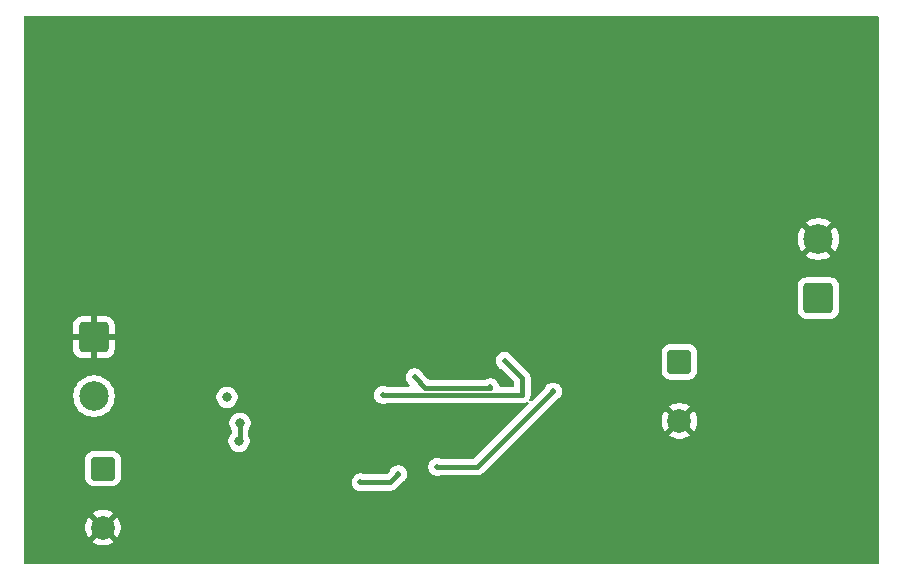
<source format=gbr>
%TF.GenerationSoftware,KiCad,Pcbnew,9.0.6*%
%TF.CreationDate,2026-02-08T21:35:37+01:00*%
%TF.ProjectId,Boost converter,426f6f73-7420-4636-9f6e-766572746572,B*%
%TF.SameCoordinates,Original*%
%TF.FileFunction,Copper,L4,Bot*%
%TF.FilePolarity,Positive*%
%FSLAX46Y46*%
G04 Gerber Fmt 4.6, Leading zero omitted, Abs format (unit mm)*
G04 Created by KiCad (PCBNEW 9.0.6) date 2026-02-08 21:35:37*
%MOMM*%
%LPD*%
G01*
G04 APERTURE LIST*
G04 Aperture macros list*
%AMRoundRect*
0 Rectangle with rounded corners*
0 $1 Rounding radius*
0 $2 $3 $4 $5 $6 $7 $8 $9 X,Y pos of 4 corners*
0 Add a 4 corners polygon primitive as box body*
4,1,4,$2,$3,$4,$5,$6,$7,$8,$9,$2,$3,0*
0 Add four circle primitives for the rounded corners*
1,1,$1+$1,$2,$3*
1,1,$1+$1,$4,$5*
1,1,$1+$1,$6,$7*
1,1,$1+$1,$8,$9*
0 Add four rect primitives between the rounded corners*
20,1,$1+$1,$2,$3,$4,$5,0*
20,1,$1+$1,$4,$5,$6,$7,0*
20,1,$1+$1,$6,$7,$8,$9,0*
20,1,$1+$1,$8,$9,$2,$3,0*%
G04 Aperture macros list end*
%TA.AperFunction,ComponentPad*%
%ADD10RoundRect,0.250000X1.000000X-1.000000X1.000000X1.000000X-1.000000X1.000000X-1.000000X-1.000000X0*%
%TD*%
%TA.AperFunction,ComponentPad*%
%ADD11C,2.500000*%
%TD*%
%TA.AperFunction,ComponentPad*%
%ADD12RoundRect,0.250000X-0.750000X0.750000X-0.750000X-0.750000X0.750000X-0.750000X0.750000X0.750000X0*%
%TD*%
%TA.AperFunction,ComponentPad*%
%ADD13C,2.000000*%
%TD*%
%TA.AperFunction,ComponentPad*%
%ADD14RoundRect,0.250000X-1.000000X1.000000X-1.000000X-1.000000X1.000000X-1.000000X1.000000X1.000000X0*%
%TD*%
%TA.AperFunction,ViaPad*%
%ADD15C,0.800000*%
%TD*%
%TA.AperFunction,ViaPad*%
%ADD16C,0.500000*%
%TD*%
%TA.AperFunction,Conductor*%
%ADD17C,0.400000*%
%TD*%
G04 APERTURE END LIST*
D10*
%TO.P,J2,1,Pin_1*%
%TO.N,+36V*%
X207567500Y-134200000D03*
D11*
%TO.P,J2,2,Pin_2*%
%TO.N,GND*%
X207567500Y-129200000D03*
%TD*%
D12*
%TO.P,C10,1*%
%TO.N,+36V*%
X195800000Y-139600000D03*
D13*
%TO.P,C10,2*%
%TO.N,GND*%
X195800000Y-144600000D03*
%TD*%
D12*
%TO.P,C12,1*%
%TO.N,+18V*%
X147000000Y-148632323D03*
D13*
%TO.P,C12,2*%
%TO.N,GND*%
X147000000Y-153632323D03*
%TD*%
D14*
%TO.P,J1,1,Pin_1*%
%TO.N,GND*%
X146232500Y-137500000D03*
D11*
%TO.P,J1,2,Pin_2*%
%TO.N,+18V*%
X146232500Y-142500000D03*
%TD*%
D15*
%TO.N,GND*%
X200000000Y-127000000D03*
X187500000Y-147500000D03*
X152500000Y-120000000D03*
X187500000Y-154500000D03*
X183000000Y-130000000D03*
X210000000Y-117500000D03*
X183000000Y-114000000D03*
X183000000Y-117000000D03*
X195500000Y-128000000D03*
X167500000Y-152500000D03*
X190000000Y-150000000D03*
X192500000Y-125000000D03*
X200000000Y-154500000D03*
X149000000Y-154500000D03*
X183000000Y-116000000D03*
X145000000Y-122500000D03*
X155500000Y-149000000D03*
X147500000Y-117500000D03*
X210000000Y-122500000D03*
X145000000Y-112500000D03*
X197800000Y-146400000D03*
X144500000Y-135000000D03*
X164500000Y-139000000D03*
X177500000Y-154500000D03*
X211000000Y-129500000D03*
X145000000Y-130000000D03*
X192500000Y-147500000D03*
X145000000Y-125000000D03*
X182500000Y-154500000D03*
X193800000Y-143600000D03*
X211000000Y-127500000D03*
X175000000Y-154500000D03*
X158500000Y-131500000D03*
X195000000Y-115000000D03*
X197500000Y-128000000D03*
X200500000Y-129000000D03*
X205000000Y-112500000D03*
X177500000Y-131500000D03*
X207500000Y-120000000D03*
X152500000Y-122500000D03*
X210000000Y-112500000D03*
X154500000Y-135500000D03*
X200000000Y-125000000D03*
X201500000Y-128000000D03*
X195500000Y-129000000D03*
X146500000Y-134000000D03*
X159500000Y-134500000D03*
X192500000Y-120000000D03*
X165000000Y-154500000D03*
X195000000Y-117500000D03*
X171000000Y-139000000D03*
X185000000Y-115000000D03*
X153500000Y-131000000D03*
X209500000Y-152500000D03*
X154500000Y-149000000D03*
X199500000Y-129000000D03*
X200000000Y-115000000D03*
X187500000Y-125000000D03*
X168000000Y-131500000D03*
X148500000Y-138000000D03*
X185000000Y-127000000D03*
X187500000Y-120000000D03*
X174750000Y-151750000D03*
X166500000Y-131500000D03*
X147500000Y-132500000D03*
X152500000Y-148000000D03*
X197800000Y-145400000D03*
X183000000Y-127000000D03*
X183000000Y-131000000D03*
X198800000Y-146400000D03*
X159500000Y-137500000D03*
X202500000Y-128000000D03*
X192800000Y-144600000D03*
X143500000Y-138500000D03*
X153500000Y-117000000D03*
X198800000Y-145400000D03*
X185000000Y-154500000D03*
X145500000Y-134000000D03*
X190000000Y-120000000D03*
X205000000Y-131000000D03*
X192500000Y-128000000D03*
X152500000Y-117500000D03*
X205000000Y-115000000D03*
X152500000Y-125000000D03*
X142500000Y-132500000D03*
X205000000Y-152500000D03*
X170000000Y-154500000D03*
X205000000Y-154500000D03*
X152500000Y-149000000D03*
X153500000Y-116000000D03*
X149000000Y-152500000D03*
X195000000Y-152500000D03*
X197500000Y-152500000D03*
X147500000Y-130000000D03*
X192500000Y-152500000D03*
X147500000Y-125000000D03*
X192800000Y-143600000D03*
X183000000Y-123000000D03*
X166500000Y-132500000D03*
X154500000Y-136500000D03*
X205000000Y-120000000D03*
X183000000Y-124000000D03*
X152500000Y-112500000D03*
X144500000Y-153500000D03*
X210000000Y-120000000D03*
X147500000Y-122500000D03*
X179000000Y-151000000D03*
X185000000Y-150000000D03*
X202500000Y-125000000D03*
X202500000Y-117500000D03*
X197500000Y-122500000D03*
X153500000Y-113000000D03*
X195000000Y-127000000D03*
X185000000Y-147500000D03*
X153500000Y-119000000D03*
X183000000Y-129000000D03*
X209500000Y-154500000D03*
X170000000Y-139000000D03*
X193800000Y-145600000D03*
X145500000Y-135000000D03*
X192500000Y-154500000D03*
X183000000Y-119000000D03*
X153500000Y-122000000D03*
X152500000Y-135500000D03*
X148500000Y-137000000D03*
X167800000Y-144200000D03*
X153500000Y-118000000D03*
X147500000Y-115000000D03*
X192500000Y-150000000D03*
X149000000Y-155500000D03*
X166500000Y-133500000D03*
X177500000Y-147250000D03*
X197500000Y-154500000D03*
X149500000Y-138000000D03*
X185000000Y-117500000D03*
X142500000Y-112500000D03*
X197500000Y-129000000D03*
X160000000Y-150500000D03*
X190000000Y-127000000D03*
X190000000Y-147500000D03*
X162500000Y-152500000D03*
X195000000Y-125000000D03*
X153500000Y-149000000D03*
X212000000Y-154500000D03*
X145000000Y-120000000D03*
X155000000Y-154500000D03*
X152500000Y-136500000D03*
X152500000Y-130000000D03*
X143500000Y-137500000D03*
X159500000Y-131500000D03*
X145000000Y-132500000D03*
X153500000Y-130000000D03*
X202500000Y-120000000D03*
X205000000Y-122500000D03*
X145000000Y-115000000D03*
X197500000Y-115000000D03*
X205000000Y-117500000D03*
X150000000Y-112500000D03*
X143500000Y-152500000D03*
X198500000Y-128000000D03*
X153500000Y-135500000D03*
X202500000Y-154500000D03*
X170000000Y-132500000D03*
X195000000Y-122500000D03*
X183000000Y-118000000D03*
X181000000Y-151000000D03*
X193800000Y-144600000D03*
X142500000Y-125000000D03*
X181500000Y-131500000D03*
X197500000Y-127000000D03*
X149500000Y-136000000D03*
X180500000Y-131500000D03*
X147500000Y-112500000D03*
X187500000Y-117500000D03*
X153500000Y-111000000D03*
X170000000Y-135500000D03*
X200000000Y-112500000D03*
X204000000Y-129000000D03*
X183000000Y-121000000D03*
X183000000Y-120000000D03*
X198500000Y-129000000D03*
X210000000Y-115000000D03*
X202500000Y-115000000D03*
X195000000Y-154500000D03*
X183000000Y-113000000D03*
X155000000Y-150500000D03*
X153500000Y-136500000D03*
X166500000Y-137500000D03*
X163500000Y-139000000D03*
X190000000Y-115000000D03*
X155500000Y-131500000D03*
X165800000Y-144200000D03*
X152500000Y-115000000D03*
X190000000Y-152500000D03*
X150000000Y-120000000D03*
X150000000Y-154500000D03*
X195000000Y-120000000D03*
X201500000Y-129000000D03*
X185000000Y-120000000D03*
X193500000Y-128000000D03*
X150000000Y-152500000D03*
X205000000Y-129000000D03*
X178000000Y-151000000D03*
X207500000Y-115000000D03*
X142500000Y-138500000D03*
X165000000Y-152500000D03*
X162500000Y-150500000D03*
X153500000Y-126000000D03*
X202500000Y-122500000D03*
X183000000Y-112000000D03*
X197500000Y-125000000D03*
X143500000Y-136500000D03*
X150000000Y-117500000D03*
X144500000Y-152500000D03*
X202500000Y-112500000D03*
X150000000Y-153500000D03*
X144500000Y-154500000D03*
X195000000Y-112500000D03*
X145000000Y-127500000D03*
X190000000Y-154500000D03*
X151500000Y-136500000D03*
X157500000Y-131500000D03*
X170000000Y-131500000D03*
X179000000Y-150000000D03*
X159500000Y-132500000D03*
X207500000Y-154500000D03*
X169000000Y-131500000D03*
X200500000Y-128000000D03*
X153500000Y-114000000D03*
X167800000Y-145200000D03*
X147500000Y-127500000D03*
X195000000Y-150000000D03*
X153500000Y-112000000D03*
X170000000Y-136500000D03*
X197500000Y-120000000D03*
X160000000Y-152500000D03*
X153500000Y-124000000D03*
X192500000Y-127000000D03*
X180000000Y-150000000D03*
X202500000Y-129000000D03*
X183000000Y-115000000D03*
X205000000Y-128000000D03*
X159500000Y-135500000D03*
X150000000Y-115000000D03*
X191500000Y-129000000D03*
X166800000Y-146200000D03*
X154500000Y-148000000D03*
X200000000Y-120000000D03*
X172500000Y-154500000D03*
X166800000Y-144700000D03*
X143500000Y-155500000D03*
X156500000Y-131500000D03*
X170000000Y-137500000D03*
X185000000Y-122500000D03*
X155500000Y-148000000D03*
X166500000Y-139000000D03*
X199500000Y-128000000D03*
X187500000Y-150000000D03*
X150000000Y-132500000D03*
X159500000Y-133500000D03*
X198800000Y-144400000D03*
X192500000Y-122500000D03*
X187500000Y-122500000D03*
X192500000Y-129000000D03*
X196500000Y-128000000D03*
X192800000Y-145600000D03*
X152500000Y-154500000D03*
X190000000Y-122500000D03*
X157500000Y-150500000D03*
X157500000Y-154500000D03*
X191500000Y-128000000D03*
X144500000Y-155500000D03*
X207500000Y-122500000D03*
X144500000Y-134000000D03*
X167500000Y-154500000D03*
X192500000Y-115000000D03*
X165500000Y-139000000D03*
X153500000Y-123000000D03*
X142500000Y-137500000D03*
X207500000Y-152500000D03*
X187500000Y-127000000D03*
X153500000Y-128000000D03*
X151500000Y-135500000D03*
X211000000Y-128500000D03*
X142500000Y-136500000D03*
X183000000Y-122000000D03*
X211000000Y-130500000D03*
X166500000Y-134500000D03*
X187500000Y-115000000D03*
X192500000Y-112500000D03*
X147500000Y-135000000D03*
X153500000Y-148000000D03*
X153500000Y-115000000D03*
X187500000Y-152500000D03*
X194500000Y-128000000D03*
X172000000Y-139000000D03*
X150000000Y-130000000D03*
X149000000Y-153500000D03*
X183000000Y-111000000D03*
X183000000Y-128000000D03*
X142500000Y-130000000D03*
X146500000Y-135000000D03*
X150000000Y-127500000D03*
X152500000Y-150500000D03*
X198800000Y-143400000D03*
X154100000Y-144075000D03*
X157500000Y-152500000D03*
X192500000Y-117500000D03*
X204000000Y-130000000D03*
X173000000Y-139000000D03*
X142500000Y-117500000D03*
X160000000Y-154500000D03*
X200000000Y-117500000D03*
X192800000Y-146600000D03*
X204000000Y-131000000D03*
X145000000Y-117500000D03*
X190000000Y-112500000D03*
X143500000Y-153500000D03*
X180000000Y-151000000D03*
X210000000Y-128500000D03*
X205000000Y-130000000D03*
X170000000Y-134500000D03*
X197500000Y-150000000D03*
X150000000Y-122500000D03*
X142500000Y-122500000D03*
X150000000Y-125000000D03*
X142500000Y-127500000D03*
X153500000Y-121000000D03*
X193800000Y-146600000D03*
X152500000Y-127500000D03*
X180000000Y-154500000D03*
X190000000Y-125000000D03*
X153500000Y-127000000D03*
X185000000Y-152500000D03*
X185000000Y-125000000D03*
X210000000Y-127500000D03*
X204000000Y-128000000D03*
X207500000Y-117500000D03*
X165800000Y-145200000D03*
X166500000Y-136500000D03*
X142500000Y-115000000D03*
X143500000Y-139500000D03*
X166800000Y-143200000D03*
X147500000Y-120000000D03*
X155000000Y-152500000D03*
X200000000Y-152500000D03*
X153500000Y-120000000D03*
X202500000Y-152500000D03*
X196500000Y-129000000D03*
X162500000Y-154500000D03*
X153500000Y-125000000D03*
X148500000Y-136000000D03*
X154500000Y-131500000D03*
X153500000Y-129000000D03*
X193500000Y-129000000D03*
X152500000Y-132500000D03*
X149500000Y-137000000D03*
X142500000Y-139500000D03*
X190000000Y-117500000D03*
X178000000Y-150000000D03*
X194500000Y-129000000D03*
X187500000Y-112500000D03*
X150000000Y-155500000D03*
X166500000Y-135500000D03*
X185000000Y-112500000D03*
X142500000Y-120000000D03*
X210000000Y-130500000D03*
X152500000Y-152500000D03*
X183000000Y-126000000D03*
X159500000Y-136500000D03*
X143500000Y-154500000D03*
X207500000Y-112500000D03*
X207500000Y-125000000D03*
X170000000Y-133500000D03*
X147500000Y-134000000D03*
X197500000Y-112500000D03*
X212000000Y-152500000D03*
X197800000Y-143400000D03*
X200000000Y-122500000D03*
X200000000Y-150000000D03*
X197500000Y-117500000D03*
X205000000Y-125000000D03*
X179500000Y-131500000D03*
X183000000Y-125000000D03*
X178500000Y-131500000D03*
X197800000Y-144400000D03*
X181000000Y-150000000D03*
X210000000Y-129500000D03*
D16*
%TO.N,/HO*%
X170700000Y-142400002D03*
X181000000Y-139500000D03*
D15*
%TO.N,+18V*%
X157500000Y-142600000D03*
%TO.N,/VIN*%
X158515431Y-146325000D03*
X158600000Y-144800000D03*
D16*
%TO.N,/BST*%
X179800000Y-141750002D03*
X173400000Y-140900000D03*
%TO.N,FB*%
X185100000Y-142100000D03*
X168800000Y-149800000D03*
X175300000Y-148500000D03*
X172000000Y-149100000D03*
%TD*%
D17*
%TO.N,/HO*%
X182499998Y-142400002D02*
X170700000Y-142400002D01*
X181000000Y-139500000D02*
X182500000Y-141000000D01*
X182500000Y-141000000D02*
X182500000Y-142400000D01*
X182500000Y-142400000D02*
X182499998Y-142400002D01*
%TO.N,/VIN*%
X158600000Y-146240431D02*
X158515431Y-146325000D01*
X158600000Y-144800000D02*
X158600000Y-146240431D01*
%TO.N,/BST*%
X174299002Y-141799002D02*
X179751000Y-141799002D01*
X173400000Y-140900000D02*
X174299002Y-141799002D01*
X179751000Y-141799002D02*
X179800000Y-141750002D01*
%TO.N,FB*%
X178700000Y-148500000D02*
X185100000Y-142100000D01*
X175300000Y-148500000D02*
X178700000Y-148500000D01*
X171300000Y-149800000D02*
X172000000Y-149100000D01*
X168800000Y-149800000D02*
X171300000Y-149800000D01*
%TD*%
%TA.AperFunction,Conductor*%
%TO.N,GND*%
G36*
X212642539Y-110320185D02*
G01*
X212688294Y-110372989D01*
X212699500Y-110424500D01*
X212699500Y-156575500D01*
X212679815Y-156642539D01*
X212627011Y-156688294D01*
X212575500Y-156699500D01*
X140424500Y-156699500D01*
X140357461Y-156679815D01*
X140311706Y-156627011D01*
X140300500Y-156575500D01*
X140300500Y-153514270D01*
X145500000Y-153514270D01*
X145500000Y-153750375D01*
X145536934Y-153983570D01*
X145609897Y-154208125D01*
X145717087Y-154418497D01*
X145777338Y-154501427D01*
X145777340Y-154501428D01*
X146517037Y-153761731D01*
X146534075Y-153825316D01*
X146599901Y-153939330D01*
X146692993Y-154032422D01*
X146807007Y-154098248D01*
X146870590Y-154115285D01*
X146130893Y-154854981D01*
X146213828Y-154915237D01*
X146424197Y-155022425D01*
X146648752Y-155095388D01*
X146648751Y-155095388D01*
X146881948Y-155132323D01*
X147118052Y-155132323D01*
X147351247Y-155095388D01*
X147575802Y-155022425D01*
X147786163Y-154915241D01*
X147786169Y-154915237D01*
X147869104Y-154854981D01*
X147869105Y-154854981D01*
X147129408Y-154115285D01*
X147192993Y-154098248D01*
X147307007Y-154032422D01*
X147400099Y-153939330D01*
X147465925Y-153825316D01*
X147482962Y-153761732D01*
X148222658Y-154501428D01*
X148222658Y-154501427D01*
X148282914Y-154418492D01*
X148282918Y-154418486D01*
X148390102Y-154208125D01*
X148463065Y-153983570D01*
X148500000Y-153750375D01*
X148500000Y-153514270D01*
X148463065Y-153281075D01*
X148390102Y-153056520D01*
X148282914Y-152846151D01*
X148222658Y-152763217D01*
X148222658Y-152763216D01*
X147482962Y-153502913D01*
X147465925Y-153439330D01*
X147400099Y-153325316D01*
X147307007Y-153232224D01*
X147192993Y-153166398D01*
X147129409Y-153149360D01*
X147869105Y-152409663D01*
X147869104Y-152409661D01*
X147786174Y-152349410D01*
X147575802Y-152242220D01*
X147351247Y-152169257D01*
X147351248Y-152169257D01*
X147118052Y-152132323D01*
X146881948Y-152132323D01*
X146648752Y-152169257D01*
X146424197Y-152242220D01*
X146213830Y-152349407D01*
X146130894Y-152409663D01*
X146870591Y-153149360D01*
X146807007Y-153166398D01*
X146692993Y-153232224D01*
X146599901Y-153325316D01*
X146534075Y-153439330D01*
X146517037Y-153502914D01*
X145777340Y-152763217D01*
X145717084Y-152846153D01*
X145609897Y-153056520D01*
X145536934Y-153281075D01*
X145500000Y-153514270D01*
X140300500Y-153514270D01*
X140300500Y-147832306D01*
X145499500Y-147832306D01*
X145499500Y-149432324D01*
X145499501Y-149432341D01*
X145510000Y-149535119D01*
X145510001Y-149535122D01*
X145565185Y-149701654D01*
X145565187Y-149701659D01*
X145580251Y-149726082D01*
X145657288Y-149850979D01*
X145781344Y-149975035D01*
X145930666Y-150067137D01*
X146097203Y-150122322D01*
X146199991Y-150132823D01*
X147800008Y-150132822D01*
X147902797Y-150122322D01*
X148069334Y-150067137D01*
X148218656Y-149975035D01*
X148319771Y-149873920D01*
X168049499Y-149873920D01*
X168078340Y-150018907D01*
X168078343Y-150018917D01*
X168134912Y-150155488D01*
X168134919Y-150155501D01*
X168217048Y-150278415D01*
X168217051Y-150278419D01*
X168321580Y-150382948D01*
X168321584Y-150382951D01*
X168444498Y-150465080D01*
X168444511Y-150465087D01*
X168581082Y-150521656D01*
X168581087Y-150521658D01*
X168581091Y-150521658D01*
X168581092Y-150521659D01*
X168726079Y-150550500D01*
X168726082Y-150550500D01*
X168873920Y-150550500D01*
X168971462Y-150531096D01*
X169018913Y-150521658D01*
X169033372Y-150515668D01*
X169047206Y-150509939D01*
X169094658Y-150500500D01*
X171368996Y-150500500D01*
X171460040Y-150482389D01*
X171504328Y-150473580D01*
X171568069Y-150447177D01*
X171631807Y-150420777D01*
X171631808Y-150420776D01*
X171631811Y-150420775D01*
X171746543Y-150344114D01*
X172286971Y-149803683D01*
X172327200Y-149776804D01*
X172334312Y-149773857D01*
X172355495Y-149765084D01*
X172478416Y-149682951D01*
X172582951Y-149578416D01*
X172665084Y-149455495D01*
X172721658Y-149318913D01*
X172735267Y-149250500D01*
X172750500Y-149173920D01*
X172750500Y-149026079D01*
X172721659Y-148881092D01*
X172721658Y-148881091D01*
X172721658Y-148881087D01*
X172711060Y-148855501D01*
X172665087Y-148744511D01*
X172665080Y-148744498D01*
X172582951Y-148621584D01*
X172582948Y-148621580D01*
X172478419Y-148517051D01*
X172478415Y-148517048D01*
X172355501Y-148434919D01*
X172355488Y-148434912D01*
X172218917Y-148378343D01*
X172218907Y-148378340D01*
X172073920Y-148349500D01*
X172073918Y-148349500D01*
X171926082Y-148349500D01*
X171926080Y-148349500D01*
X171781092Y-148378340D01*
X171781082Y-148378343D01*
X171644511Y-148434912D01*
X171644498Y-148434919D01*
X171521584Y-148517048D01*
X171521580Y-148517051D01*
X171417051Y-148621580D01*
X171417048Y-148621584D01*
X171334919Y-148744498D01*
X171334914Y-148744509D01*
X171323193Y-148772803D01*
X171296315Y-148813027D01*
X171046162Y-149063181D01*
X170984839Y-149096666D01*
X170958481Y-149099500D01*
X169094658Y-149099500D01*
X169047206Y-149090061D01*
X169018917Y-149078343D01*
X169018907Y-149078340D01*
X168873920Y-149049500D01*
X168873918Y-149049500D01*
X168726082Y-149049500D01*
X168726080Y-149049500D01*
X168581092Y-149078340D01*
X168581082Y-149078343D01*
X168444511Y-149134912D01*
X168444498Y-149134919D01*
X168321584Y-149217048D01*
X168321580Y-149217051D01*
X168217051Y-149321580D01*
X168217048Y-149321584D01*
X168134919Y-149444498D01*
X168134912Y-149444511D01*
X168078343Y-149581082D01*
X168078340Y-149581092D01*
X168049500Y-149726079D01*
X168049500Y-149726082D01*
X168049500Y-149873918D01*
X168049500Y-149873920D01*
X168049499Y-149873920D01*
X148319771Y-149873920D01*
X148342712Y-149850979D01*
X148434814Y-149701657D01*
X148489999Y-149535120D01*
X148500500Y-149432332D01*
X148500499Y-147832315D01*
X148489999Y-147729526D01*
X148434814Y-147562989D01*
X148342712Y-147413667D01*
X148218656Y-147289611D01*
X148069334Y-147197509D01*
X147902797Y-147142324D01*
X147902795Y-147142323D01*
X147800010Y-147131823D01*
X146199998Y-147131823D01*
X146199981Y-147131824D01*
X146097203Y-147142323D01*
X146097200Y-147142324D01*
X145930668Y-147197508D01*
X145930663Y-147197510D01*
X145781342Y-147289612D01*
X145657289Y-147413665D01*
X145565187Y-147562986D01*
X145565186Y-147562989D01*
X145510001Y-147729526D01*
X145510001Y-147729527D01*
X145510000Y-147729527D01*
X145499500Y-147832306D01*
X140300500Y-147832306D01*
X140300500Y-146236304D01*
X157614931Y-146236304D01*
X157614931Y-146413695D01*
X157649534Y-146587658D01*
X157649537Y-146587667D01*
X157717414Y-146751540D01*
X157717421Y-146751553D01*
X157815966Y-146899034D01*
X157815969Y-146899038D01*
X157941392Y-147024461D01*
X157941396Y-147024464D01*
X158088877Y-147123009D01*
X158088890Y-147123016D01*
X158135505Y-147142324D01*
X158252765Y-147190894D01*
X158252767Y-147190894D01*
X158252772Y-147190896D01*
X158426735Y-147225499D01*
X158426738Y-147225500D01*
X158426740Y-147225500D01*
X158604124Y-147225500D01*
X158604125Y-147225499D01*
X158662113Y-147213964D01*
X158778089Y-147190896D01*
X158778092Y-147190894D01*
X158778097Y-147190894D01*
X158941978Y-147123013D01*
X159089466Y-147024464D01*
X159214895Y-146899035D01*
X159313444Y-146751547D01*
X159381325Y-146587666D01*
X159415931Y-146413691D01*
X159415931Y-146236309D01*
X159415931Y-146236306D01*
X159415930Y-146236304D01*
X159381327Y-146062341D01*
X159381324Y-146062332D01*
X159311113Y-145892825D01*
X159312762Y-145892141D01*
X159300500Y-145843176D01*
X159300500Y-145410099D01*
X159320185Y-145343060D01*
X159321398Y-145341208D01*
X159398013Y-145226547D01*
X159465894Y-145062666D01*
X159478340Y-145000099D01*
X159500499Y-144888695D01*
X159500500Y-144888693D01*
X159500500Y-144711306D01*
X159500499Y-144711304D01*
X159465896Y-144537341D01*
X159465893Y-144537332D01*
X159398016Y-144373459D01*
X159398009Y-144373446D01*
X159299464Y-144225965D01*
X159299461Y-144225961D01*
X159174038Y-144100538D01*
X159174034Y-144100535D01*
X159026553Y-144001990D01*
X159026540Y-144001983D01*
X158862667Y-143934106D01*
X158862658Y-143934103D01*
X158688694Y-143899500D01*
X158688691Y-143899500D01*
X158511309Y-143899500D01*
X158511306Y-143899500D01*
X158337341Y-143934103D01*
X158337332Y-143934106D01*
X158173459Y-144001983D01*
X158173446Y-144001990D01*
X158025965Y-144100535D01*
X158025961Y-144100538D01*
X157900538Y-144225961D01*
X157900535Y-144225965D01*
X157801990Y-144373446D01*
X157801983Y-144373459D01*
X157734106Y-144537332D01*
X157734103Y-144537341D01*
X157699500Y-144711304D01*
X157699500Y-144888695D01*
X157734103Y-145062658D01*
X157734106Y-145062667D01*
X157801984Y-145226542D01*
X157801985Y-145226543D01*
X157801987Y-145226547D01*
X157878602Y-145341208D01*
X157884252Y-145359254D01*
X157894477Y-145375164D01*
X157898928Y-145406123D01*
X157899480Y-145407885D01*
X157899500Y-145410099D01*
X157899500Y-145616069D01*
X157879815Y-145683108D01*
X157863181Y-145703750D01*
X157815969Y-145750961D01*
X157815966Y-145750965D01*
X157717421Y-145898446D01*
X157717414Y-145898459D01*
X157649537Y-146062332D01*
X157649534Y-146062341D01*
X157614931Y-146236304D01*
X140300500Y-146236304D01*
X140300500Y-142385258D01*
X144482000Y-142385258D01*
X144482000Y-142614741D01*
X144503337Y-142776801D01*
X144511952Y-142842238D01*
X144568004Y-143051430D01*
X144571342Y-143063887D01*
X144659150Y-143275876D01*
X144659157Y-143275890D01*
X144773892Y-143474617D01*
X144913581Y-143656661D01*
X144913589Y-143656670D01*
X145075830Y-143818911D01*
X145075838Y-143818918D01*
X145257882Y-143958607D01*
X145257885Y-143958608D01*
X145257888Y-143958611D01*
X145456612Y-144073344D01*
X145456617Y-144073346D01*
X145456623Y-144073349D01*
X145522259Y-144100536D01*
X145668613Y-144161158D01*
X145890262Y-144220548D01*
X146117766Y-144250500D01*
X146117773Y-144250500D01*
X146347227Y-144250500D01*
X146347234Y-144250500D01*
X146574738Y-144220548D01*
X146796387Y-144161158D01*
X147008388Y-144073344D01*
X147207112Y-143958611D01*
X147389161Y-143818919D01*
X147389165Y-143818914D01*
X147389170Y-143818911D01*
X147551411Y-143656670D01*
X147551414Y-143656665D01*
X147551419Y-143656661D01*
X147691111Y-143474612D01*
X147805844Y-143275888D01*
X147893658Y-143063887D01*
X147953048Y-142842238D01*
X147983000Y-142614734D01*
X147983000Y-142511304D01*
X156599500Y-142511304D01*
X156599500Y-142688695D01*
X156634103Y-142862658D01*
X156634106Y-142862667D01*
X156701983Y-143026540D01*
X156701990Y-143026553D01*
X156800535Y-143174034D01*
X156800538Y-143174038D01*
X156925961Y-143299461D01*
X156925965Y-143299464D01*
X157073446Y-143398009D01*
X157073459Y-143398016D01*
X157196363Y-143448923D01*
X157237334Y-143465894D01*
X157237336Y-143465894D01*
X157237341Y-143465896D01*
X157411304Y-143500499D01*
X157411307Y-143500500D01*
X157411309Y-143500500D01*
X157588693Y-143500500D01*
X157588694Y-143500499D01*
X157646682Y-143488964D01*
X157762658Y-143465896D01*
X157762661Y-143465894D01*
X157762666Y-143465894D01*
X157926547Y-143398013D01*
X158074035Y-143299464D01*
X158199464Y-143174035D01*
X158298013Y-143026547D01*
X158365894Y-142862666D01*
X158369958Y-142842238D01*
X158400499Y-142688695D01*
X158400500Y-142688693D01*
X158400500Y-142511306D01*
X158400499Y-142511304D01*
X158393063Y-142473922D01*
X169949499Y-142473922D01*
X169978340Y-142618909D01*
X169978343Y-142618919D01*
X170034912Y-142755490D01*
X170034919Y-142755503D01*
X170117048Y-142878417D01*
X170117051Y-142878421D01*
X170221580Y-142982950D01*
X170221584Y-142982953D01*
X170344498Y-143065082D01*
X170344511Y-143065089D01*
X170481082Y-143121658D01*
X170481087Y-143121660D01*
X170481091Y-143121660D01*
X170481092Y-143121661D01*
X170626079Y-143150502D01*
X170626082Y-143150502D01*
X170773920Y-143150502D01*
X170871462Y-143131098D01*
X170918913Y-143121660D01*
X170933372Y-143115670D01*
X170947206Y-143109941D01*
X170994658Y-143100502D01*
X182568994Y-143100502D01*
X182660038Y-143082391D01*
X182704326Y-143073582D01*
X182789314Y-143038378D01*
X182831807Y-143020778D01*
X182831807Y-143020777D01*
X182831809Y-143020777D01*
X182860140Y-143001846D01*
X182926816Y-142980968D01*
X182994196Y-142999451D01*
X183040887Y-143051430D01*
X183052065Y-143120399D01*
X183024180Y-143184463D01*
X183016712Y-143192629D01*
X178446162Y-147763181D01*
X178384839Y-147796666D01*
X178358481Y-147799500D01*
X175594658Y-147799500D01*
X175547206Y-147790061D01*
X175518917Y-147778343D01*
X175518907Y-147778340D01*
X175373920Y-147749500D01*
X175373918Y-147749500D01*
X175226082Y-147749500D01*
X175226080Y-147749500D01*
X175081092Y-147778340D01*
X175081082Y-147778343D01*
X174944511Y-147834912D01*
X174944498Y-147834919D01*
X174821584Y-147917048D01*
X174821580Y-147917051D01*
X174717051Y-148021580D01*
X174717048Y-148021584D01*
X174634919Y-148144498D01*
X174634912Y-148144511D01*
X174578343Y-148281082D01*
X174578340Y-148281092D01*
X174549500Y-148426079D01*
X174549500Y-148426082D01*
X174549500Y-148573918D01*
X174549500Y-148573920D01*
X174549499Y-148573920D01*
X174578340Y-148718907D01*
X174578343Y-148718917D01*
X174634912Y-148855488D01*
X174634919Y-148855501D01*
X174717048Y-148978415D01*
X174717051Y-148978419D01*
X174821580Y-149082948D01*
X174821584Y-149082951D01*
X174944498Y-149165080D01*
X174944511Y-149165087D01*
X175081082Y-149221656D01*
X175081087Y-149221658D01*
X175081091Y-149221658D01*
X175081092Y-149221659D01*
X175226079Y-149250500D01*
X175226082Y-149250500D01*
X175373920Y-149250500D01*
X175471462Y-149231096D01*
X175518913Y-149221658D01*
X175533372Y-149215668D01*
X175547206Y-149209939D01*
X175594658Y-149200500D01*
X178768996Y-149200500D01*
X178860040Y-149182389D01*
X178904328Y-149173580D01*
X178968069Y-149147177D01*
X179031807Y-149120777D01*
X179031808Y-149120776D01*
X179031811Y-149120775D01*
X179146543Y-149044114D01*
X182200555Y-145990102D01*
X182502939Y-145687718D01*
X183708709Y-144481947D01*
X194300000Y-144481947D01*
X194300000Y-144718052D01*
X194336934Y-144951247D01*
X194409897Y-145175802D01*
X194517087Y-145386174D01*
X194577338Y-145469104D01*
X194577340Y-145469105D01*
X195317037Y-144729408D01*
X195334075Y-144792993D01*
X195399901Y-144907007D01*
X195492993Y-145000099D01*
X195607007Y-145065925D01*
X195670590Y-145082962D01*
X194930893Y-145822658D01*
X195013828Y-145882914D01*
X195224197Y-145990102D01*
X195448752Y-146063065D01*
X195448751Y-146063065D01*
X195681948Y-146100000D01*
X195918052Y-146100000D01*
X196151247Y-146063065D01*
X196375802Y-145990102D01*
X196586163Y-145882918D01*
X196586169Y-145882914D01*
X196669104Y-145822658D01*
X196669105Y-145822658D01*
X195929408Y-145082962D01*
X195992993Y-145065925D01*
X196107007Y-145000099D01*
X196200099Y-144907007D01*
X196265925Y-144792993D01*
X196282962Y-144729408D01*
X197022658Y-145469105D01*
X197022658Y-145469104D01*
X197082914Y-145386169D01*
X197082918Y-145386163D01*
X197190102Y-145175802D01*
X197263065Y-144951247D01*
X197300000Y-144718052D01*
X197300000Y-144481947D01*
X197263065Y-144248752D01*
X197190102Y-144024197D01*
X197082914Y-143813828D01*
X197022658Y-143730894D01*
X197022658Y-143730893D01*
X196282962Y-144470590D01*
X196265925Y-144407007D01*
X196200099Y-144292993D01*
X196107007Y-144199901D01*
X195992993Y-144134075D01*
X195929409Y-144117037D01*
X196669105Y-143377340D01*
X196669104Y-143377338D01*
X196586174Y-143317087D01*
X196375802Y-143209897D01*
X196151247Y-143136934D01*
X196151248Y-143136934D01*
X195918052Y-143100000D01*
X195681948Y-143100000D01*
X195448752Y-143136934D01*
X195224197Y-143209897D01*
X195013830Y-143317084D01*
X194930894Y-143377340D01*
X195670591Y-144117037D01*
X195607007Y-144134075D01*
X195492993Y-144199901D01*
X195399901Y-144292993D01*
X195334075Y-144407007D01*
X195317037Y-144470590D01*
X194577340Y-143730894D01*
X194517084Y-143813830D01*
X194409897Y-144024197D01*
X194336934Y-144248752D01*
X194300000Y-144481947D01*
X183708709Y-144481947D01*
X183801262Y-144389394D01*
X184291156Y-143899500D01*
X185386975Y-142803680D01*
X185427202Y-142776802D01*
X185455495Y-142765084D01*
X185578416Y-142682951D01*
X185682951Y-142578416D01*
X185765084Y-142455495D01*
X185821658Y-142318913D01*
X185850500Y-142173918D01*
X185850500Y-142026082D01*
X185850500Y-142026079D01*
X185821659Y-141881092D01*
X185821658Y-141881091D01*
X185821658Y-141881087D01*
X185821656Y-141881082D01*
X185765087Y-141744511D01*
X185765080Y-141744498D01*
X185682951Y-141621584D01*
X185682948Y-141621580D01*
X185578419Y-141517051D01*
X185578415Y-141517048D01*
X185455501Y-141434919D01*
X185455488Y-141434912D01*
X185318917Y-141378343D01*
X185318907Y-141378340D01*
X185173920Y-141349500D01*
X185173918Y-141349500D01*
X185026082Y-141349500D01*
X185026080Y-141349500D01*
X184881092Y-141378340D01*
X184881082Y-141378343D01*
X184744511Y-141434912D01*
X184744498Y-141434919D01*
X184621584Y-141517048D01*
X184621580Y-141517051D01*
X184517051Y-141621580D01*
X184517048Y-141621584D01*
X184434919Y-141744498D01*
X184434913Y-141744510D01*
X184423195Y-141772799D01*
X184396316Y-141813025D01*
X183292627Y-142916714D01*
X183231304Y-142950199D01*
X183161612Y-142945215D01*
X183105679Y-142903343D01*
X183081262Y-142837879D01*
X183096114Y-142769606D01*
X183101839Y-142760150D01*
X183120775Y-142731811D01*
X183173580Y-142604328D01*
X183192083Y-142511309D01*
X183200500Y-142468996D01*
X183200500Y-140931004D01*
X183200499Y-140931002D01*
X183173581Y-140795677D01*
X183173578Y-140795666D01*
X183166864Y-140779459D01*
X183166861Y-140779453D01*
X183166861Y-140779452D01*
X183151707Y-140742866D01*
X183126120Y-140681092D01*
X183120778Y-140668194D01*
X183120771Y-140668182D01*
X183044115Y-140553459D01*
X183035150Y-140544494D01*
X182946542Y-140455886D01*
X181703683Y-139213026D01*
X181676802Y-139172796D01*
X181665084Y-139144505D01*
X181665080Y-139144498D01*
X181582951Y-139021584D01*
X181582948Y-139021580D01*
X181478416Y-138917048D01*
X181452805Y-138899936D01*
X181355501Y-138834919D01*
X181355488Y-138834912D01*
X181271161Y-138799983D01*
X194299500Y-138799983D01*
X194299500Y-140400001D01*
X194299501Y-140400018D01*
X194310000Y-140502796D01*
X194310001Y-140502799D01*
X194346527Y-140613026D01*
X194365186Y-140669334D01*
X194457288Y-140818656D01*
X194581344Y-140942712D01*
X194730666Y-141034814D01*
X194897203Y-141089999D01*
X194999991Y-141100500D01*
X196600008Y-141100499D01*
X196702797Y-141089999D01*
X196869334Y-141034814D01*
X197018656Y-140942712D01*
X197142712Y-140818656D01*
X197234814Y-140669334D01*
X197289999Y-140502797D01*
X197300500Y-140400009D01*
X197300499Y-138799992D01*
X197298287Y-138778342D01*
X197289999Y-138697203D01*
X197289998Y-138697200D01*
X197275249Y-138652690D01*
X197234814Y-138530666D01*
X197142712Y-138381344D01*
X197018656Y-138257288D01*
X196869334Y-138165186D01*
X196702797Y-138110001D01*
X196702795Y-138110000D01*
X196600010Y-138099500D01*
X194999998Y-138099500D01*
X194999981Y-138099501D01*
X194897203Y-138110000D01*
X194897200Y-138110001D01*
X194730668Y-138165185D01*
X194730663Y-138165187D01*
X194581342Y-138257289D01*
X194457289Y-138381342D01*
X194365187Y-138530663D01*
X194365186Y-138530666D01*
X194310001Y-138697203D01*
X194310001Y-138697204D01*
X194310000Y-138697204D01*
X194299500Y-138799983D01*
X181271161Y-138799983D01*
X181218917Y-138778343D01*
X181218907Y-138778340D01*
X181073920Y-138749500D01*
X181073918Y-138749500D01*
X180926082Y-138749500D01*
X180926080Y-138749500D01*
X180781092Y-138778340D01*
X180781082Y-138778343D01*
X180644511Y-138834912D01*
X180644498Y-138834919D01*
X180521584Y-138917048D01*
X180521580Y-138917051D01*
X180417051Y-139021580D01*
X180417048Y-139021584D01*
X180334919Y-139144498D01*
X180334912Y-139144511D01*
X180278343Y-139281082D01*
X180278340Y-139281092D01*
X180249500Y-139426079D01*
X180249500Y-139426082D01*
X180249500Y-139573918D01*
X180249500Y-139573920D01*
X180249499Y-139573920D01*
X180278340Y-139718907D01*
X180278343Y-139718917D01*
X180334912Y-139855488D01*
X180334919Y-139855501D01*
X180417048Y-139978415D01*
X180417051Y-139978419D01*
X180521580Y-140082948D01*
X180521584Y-140082951D01*
X180644498Y-140165080D01*
X180644505Y-140165084D01*
X180672797Y-140176803D01*
X180713026Y-140203683D01*
X181763181Y-141253837D01*
X181777884Y-141280764D01*
X181794477Y-141306583D01*
X181795368Y-141312783D01*
X181796666Y-141315160D01*
X181799500Y-141341518D01*
X181799500Y-141575502D01*
X181779815Y-141642541D01*
X181727011Y-141688296D01*
X181675500Y-141699502D01*
X180656922Y-141699502D01*
X180589883Y-141679817D01*
X180544128Y-141627013D01*
X180535305Y-141599694D01*
X180521659Y-141531094D01*
X180521658Y-141531093D01*
X180521658Y-141531089D01*
X180515843Y-141517051D01*
X180465087Y-141394513D01*
X180465080Y-141394500D01*
X180382951Y-141271586D01*
X180382948Y-141271582D01*
X180278419Y-141167053D01*
X180278415Y-141167050D01*
X180155501Y-141084921D01*
X180155488Y-141084914D01*
X180018917Y-141028345D01*
X180018907Y-141028342D01*
X179873920Y-140999502D01*
X179873918Y-140999502D01*
X179726082Y-140999502D01*
X179726080Y-140999502D01*
X179581092Y-141028342D01*
X179581082Y-141028345D01*
X179438876Y-141087249D01*
X179438319Y-141085905D01*
X179388030Y-141098502D01*
X174640521Y-141098502D01*
X174573482Y-141078817D01*
X174552840Y-141062183D01*
X174103683Y-140613026D01*
X174076803Y-140572797D01*
X174065087Y-140544512D01*
X174065086Y-140544511D01*
X174065084Y-140544505D01*
X174037214Y-140502795D01*
X173982954Y-140421588D01*
X173982948Y-140421580D01*
X173878419Y-140317051D01*
X173878415Y-140317048D01*
X173755501Y-140234919D01*
X173755488Y-140234912D01*
X173618917Y-140178343D01*
X173618907Y-140178340D01*
X173473920Y-140149500D01*
X173473918Y-140149500D01*
X173326082Y-140149500D01*
X173326080Y-140149500D01*
X173181092Y-140178340D01*
X173181082Y-140178343D01*
X173044511Y-140234912D01*
X173044498Y-140234919D01*
X172921584Y-140317048D01*
X172921580Y-140317051D01*
X172817051Y-140421580D01*
X172817048Y-140421584D01*
X172734919Y-140544498D01*
X172734912Y-140544511D01*
X172678343Y-140681082D01*
X172678340Y-140681092D01*
X172649500Y-140826079D01*
X172649500Y-140826082D01*
X172649500Y-140973918D01*
X172649500Y-140973920D01*
X172649499Y-140973920D01*
X172678340Y-141118907D01*
X172678343Y-141118917D01*
X172734912Y-141255488D01*
X172734919Y-141255501D01*
X172817048Y-141378415D01*
X172817051Y-141378419D01*
X172925891Y-141487259D01*
X172924016Y-141489133D01*
X172956889Y-141537377D01*
X172958769Y-141607222D01*
X172922591Y-141666995D01*
X172859839Y-141697720D01*
X172838895Y-141699502D01*
X170994658Y-141699502D01*
X170947206Y-141690063D01*
X170918917Y-141678345D01*
X170918907Y-141678342D01*
X170773920Y-141649502D01*
X170773918Y-141649502D01*
X170626082Y-141649502D01*
X170626080Y-141649502D01*
X170481092Y-141678342D01*
X170481082Y-141678345D01*
X170344511Y-141734914D01*
X170344498Y-141734921D01*
X170221584Y-141817050D01*
X170221580Y-141817053D01*
X170117051Y-141921582D01*
X170117048Y-141921586D01*
X170034919Y-142044500D01*
X170034912Y-142044513D01*
X169978343Y-142181084D01*
X169978340Y-142181094D01*
X169949500Y-142326081D01*
X169949500Y-142326084D01*
X169949500Y-142473920D01*
X169949500Y-142473922D01*
X169949499Y-142473922D01*
X158393063Y-142473922D01*
X158367257Y-142344183D01*
X158365895Y-142337338D01*
X158365893Y-142337332D01*
X158358265Y-142318917D01*
X158301174Y-142181084D01*
X158298016Y-142173459D01*
X158298009Y-142173446D01*
X158199464Y-142025965D01*
X158199461Y-142025961D01*
X158074038Y-141900538D01*
X158074034Y-141900535D01*
X157926553Y-141801990D01*
X157926540Y-141801983D01*
X157762667Y-141734106D01*
X157762658Y-141734103D01*
X157588694Y-141699500D01*
X157588691Y-141699500D01*
X157411309Y-141699500D01*
X157411306Y-141699500D01*
X157237341Y-141734103D01*
X157237332Y-141734106D01*
X157073459Y-141801983D01*
X157073446Y-141801990D01*
X156925965Y-141900535D01*
X156925961Y-141900538D01*
X156800538Y-142025961D01*
X156800535Y-142025965D01*
X156701990Y-142173446D01*
X156701983Y-142173459D01*
X156634106Y-142337332D01*
X156634103Y-142337341D01*
X156599500Y-142511304D01*
X147983000Y-142511304D01*
X147983000Y-142385266D01*
X147953048Y-142157762D01*
X147893658Y-141936113D01*
X147814294Y-141744511D01*
X147805849Y-141724123D01*
X147805846Y-141724117D01*
X147805844Y-141724112D01*
X147691111Y-141525388D01*
X147691108Y-141525385D01*
X147691107Y-141525382D01*
X147578276Y-141378340D01*
X147551419Y-141343339D01*
X147551418Y-141343338D01*
X147551411Y-141343330D01*
X147389170Y-141181089D01*
X147389161Y-141181081D01*
X147207117Y-141041392D01*
X147008390Y-140926657D01*
X147008376Y-140926650D01*
X146796387Y-140838842D01*
X146748754Y-140826079D01*
X146574738Y-140779452D01*
X146536715Y-140774446D01*
X146347241Y-140749500D01*
X146347234Y-140749500D01*
X146117766Y-140749500D01*
X146117758Y-140749500D01*
X145901215Y-140778009D01*
X145890262Y-140779452D01*
X145829709Y-140795677D01*
X145668612Y-140838842D01*
X145456623Y-140926650D01*
X145456609Y-140926657D01*
X145257882Y-141041392D01*
X145075838Y-141181081D01*
X144913581Y-141343338D01*
X144773892Y-141525382D01*
X144659157Y-141724109D01*
X144659150Y-141724123D01*
X144571342Y-141936112D01*
X144511953Y-142157759D01*
X144511951Y-142157770D01*
X144482000Y-142385258D01*
X140300500Y-142385258D01*
X140300500Y-136450013D01*
X144482500Y-136450013D01*
X144482500Y-137250000D01*
X145632499Y-137250000D01*
X145607479Y-137310402D01*
X145582500Y-137435981D01*
X145582500Y-137564019D01*
X145607479Y-137689598D01*
X145632499Y-137750000D01*
X144482501Y-137750000D01*
X144482501Y-138549986D01*
X144492994Y-138652697D01*
X144548141Y-138819119D01*
X144548143Y-138819124D01*
X144640184Y-138968345D01*
X144764154Y-139092315D01*
X144913375Y-139184356D01*
X144913380Y-139184358D01*
X145079802Y-139239505D01*
X145079809Y-139239506D01*
X145182519Y-139249999D01*
X145982499Y-139249999D01*
X145982500Y-139249998D01*
X145982500Y-138100001D01*
X146042902Y-138125021D01*
X146168481Y-138150000D01*
X146296519Y-138150000D01*
X146422098Y-138125021D01*
X146482500Y-138100001D01*
X146482500Y-139249999D01*
X147282472Y-139249999D01*
X147282486Y-139249998D01*
X147385197Y-139239505D01*
X147551619Y-139184358D01*
X147551624Y-139184356D01*
X147700845Y-139092315D01*
X147824815Y-138968345D01*
X147916856Y-138819124D01*
X147916858Y-138819119D01*
X147972005Y-138652697D01*
X147972006Y-138652690D01*
X147982499Y-138549986D01*
X147982500Y-138549973D01*
X147982500Y-137750000D01*
X146832501Y-137750000D01*
X146857521Y-137689598D01*
X146882500Y-137564019D01*
X146882500Y-137435981D01*
X146857521Y-137310402D01*
X146832501Y-137250000D01*
X147982499Y-137250000D01*
X147982499Y-136450028D01*
X147982498Y-136450013D01*
X147972005Y-136347302D01*
X147916858Y-136180880D01*
X147916856Y-136180875D01*
X147824815Y-136031654D01*
X147700845Y-135907684D01*
X147551624Y-135815643D01*
X147551619Y-135815641D01*
X147385197Y-135760494D01*
X147385190Y-135760493D01*
X147282486Y-135750000D01*
X146482500Y-135750000D01*
X146482500Y-136899998D01*
X146422098Y-136874979D01*
X146296519Y-136850000D01*
X146168481Y-136850000D01*
X146042902Y-136874979D01*
X145982500Y-136899998D01*
X145982500Y-135750000D01*
X145182528Y-135750000D01*
X145182512Y-135750001D01*
X145079802Y-135760494D01*
X144913380Y-135815641D01*
X144913375Y-135815643D01*
X144764154Y-135907684D01*
X144640184Y-136031654D01*
X144548143Y-136180875D01*
X144548141Y-136180880D01*
X144492994Y-136347302D01*
X144492993Y-136347309D01*
X144482500Y-136450013D01*
X140300500Y-136450013D01*
X140300500Y-133149983D01*
X205817000Y-133149983D01*
X205817000Y-135250001D01*
X205817001Y-135250018D01*
X205827500Y-135352796D01*
X205827501Y-135352799D01*
X205882685Y-135519331D01*
X205882686Y-135519334D01*
X205974788Y-135668656D01*
X206098844Y-135792712D01*
X206248166Y-135884814D01*
X206414703Y-135939999D01*
X206517491Y-135950500D01*
X208617508Y-135950499D01*
X208720297Y-135939999D01*
X208886834Y-135884814D01*
X209036156Y-135792712D01*
X209160212Y-135668656D01*
X209252314Y-135519334D01*
X209307499Y-135352797D01*
X209318000Y-135250009D01*
X209317999Y-133149992D01*
X209307499Y-133047203D01*
X209252314Y-132880666D01*
X209160212Y-132731344D01*
X209036156Y-132607288D01*
X208886834Y-132515186D01*
X208720297Y-132460001D01*
X208720295Y-132460000D01*
X208617510Y-132449500D01*
X206517498Y-132449500D01*
X206517481Y-132449501D01*
X206414703Y-132460000D01*
X206414700Y-132460001D01*
X206248168Y-132515185D01*
X206248163Y-132515187D01*
X206098842Y-132607289D01*
X205974789Y-132731342D01*
X205882687Y-132880663D01*
X205882686Y-132880666D01*
X205827501Y-133047203D01*
X205827501Y-133047204D01*
X205827500Y-133047204D01*
X205817000Y-133149983D01*
X140300500Y-133149983D01*
X140300500Y-129085305D01*
X205817500Y-129085305D01*
X205817500Y-129314694D01*
X205817501Y-129314710D01*
X205847442Y-129542137D01*
X205906818Y-129763730D01*
X205994602Y-129975659D01*
X205994606Y-129975669D01*
X206109299Y-130174324D01*
X206109305Y-130174331D01*
X206165881Y-130248064D01*
X206966458Y-129447487D01*
X206991478Y-129507890D01*
X207062612Y-129614351D01*
X207153149Y-129704888D01*
X207259610Y-129776022D01*
X207320011Y-129801041D01*
X206519434Y-130601617D01*
X206519434Y-130601618D01*
X206593166Y-130658194D01*
X206791830Y-130772893D01*
X206791840Y-130772897D01*
X207003769Y-130860681D01*
X207225362Y-130920057D01*
X207452789Y-130949998D01*
X207452806Y-130950000D01*
X207682194Y-130950000D01*
X207682210Y-130949998D01*
X207909637Y-130920057D01*
X208131230Y-130860681D01*
X208343159Y-130772897D01*
X208343168Y-130772893D01*
X208541827Y-130658197D01*
X208541834Y-130658192D01*
X208615564Y-130601617D01*
X207814988Y-129801041D01*
X207875390Y-129776022D01*
X207981851Y-129704888D01*
X208072388Y-129614351D01*
X208143522Y-129507890D01*
X208168541Y-129447488D01*
X208969117Y-130248064D01*
X209025692Y-130174334D01*
X209025697Y-130174327D01*
X209140393Y-129975668D01*
X209140397Y-129975659D01*
X209228181Y-129763730D01*
X209287557Y-129542137D01*
X209317498Y-129314710D01*
X209317500Y-129314694D01*
X209317500Y-129085305D01*
X209317498Y-129085289D01*
X209287557Y-128857862D01*
X209228181Y-128636269D01*
X209140397Y-128424340D01*
X209140393Y-128424330D01*
X209025694Y-128225666D01*
X208969118Y-128151934D01*
X208969117Y-128151934D01*
X208168541Y-128952510D01*
X208143522Y-128892110D01*
X208072388Y-128785649D01*
X207981851Y-128695112D01*
X207875390Y-128623978D01*
X207814987Y-128598957D01*
X208615564Y-127798381D01*
X208615564Y-127798380D01*
X208541831Y-127741805D01*
X208541824Y-127741799D01*
X208343169Y-127627106D01*
X208343159Y-127627102D01*
X208131230Y-127539318D01*
X207909637Y-127479942D01*
X207682210Y-127450001D01*
X207682194Y-127450000D01*
X207452806Y-127450000D01*
X207452789Y-127450001D01*
X207225362Y-127479942D01*
X207003769Y-127539318D01*
X206791840Y-127627102D01*
X206791830Y-127627106D01*
X206593173Y-127741801D01*
X206593159Y-127741810D01*
X206519434Y-127798380D01*
X207320011Y-128598958D01*
X207259610Y-128623978D01*
X207153149Y-128695112D01*
X207062612Y-128785649D01*
X206991478Y-128892110D01*
X206966458Y-128952511D01*
X206165880Y-128151934D01*
X206109310Y-128225659D01*
X206109301Y-128225673D01*
X205994606Y-128424330D01*
X205994602Y-128424340D01*
X205906818Y-128636269D01*
X205847442Y-128857862D01*
X205817501Y-129085289D01*
X205817500Y-129085305D01*
X140300500Y-129085305D01*
X140300500Y-110424500D01*
X140320185Y-110357461D01*
X140372989Y-110311706D01*
X140424500Y-110300500D01*
X212575500Y-110300500D01*
X212642539Y-110320185D01*
G37*
%TD.AperFunction*%
%TD*%
M02*

</source>
